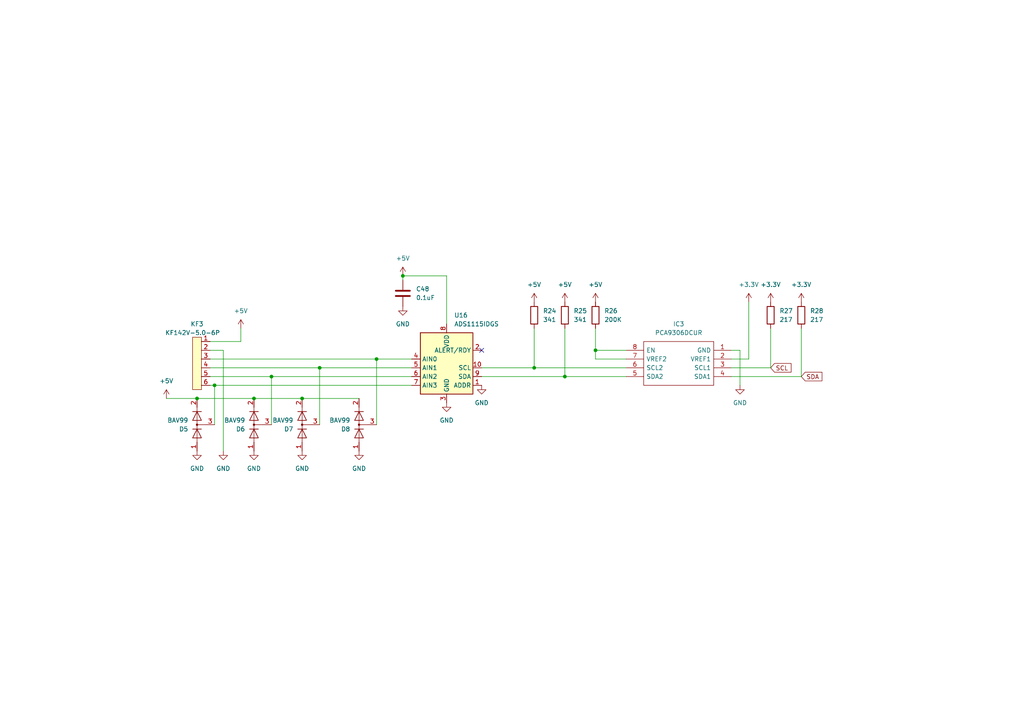
<source format=kicad_sch>
(kicad_sch (version 20230121) (generator eeschema)
  (paper "A4")
  (title_block (title "Analog") (date "2023-11-26"))
  (lib_symbols
    (symbol "Analog_ADC:ADS1115IDGS"
      (property "Reference" "U" (at 2.54 13.97 0))
      (property "Value" "ADS1115IDGS" (at 7.62 11.43 0))
      (symbol "ADS1115IDGS_0_1"
        (rectangle (start -7.62 10.16) (end 7.62 -7.62) (stroke (width 0.254)) (fill (type background)))
      )
      (symbol "ADS1115IDGS_1_1"
        (pin input line (at 10.16 -5.08 180) (length 2.54) (name "ADDR") (number "1"))
        (pin input line (at 10.16 0 180) (length 2.54) (name "SCL") (number "10"))
        (pin output line (at 10.16 5.08 180) (length 2.54) (name "ALERT/RDY") (number "2"))
        (pin power_in line (at 0 -10.16 90) (length 2.54) (name "GND") (number "3"))
        (pin input line (at -10.16 2.54 0) (length 2.54) (name "AIN0") (number "4"))
        (pin input line (at -10.16 0 0) (length 2.54) (name "AIN1") (number "5"))
        (pin input line (at -10.16 -2.54 0) (length 2.54) (name "AIN2") (number "6"))
        (pin input line (at -10.16 -5.08 0) (length 2.54) (name "AIN3") (number "7"))
        (pin power_in line (at 0 12.7 270) (length 2.54) (name "VDD") (number "8"))
        (pin bidirectional line (at 10.16 -2.54 180) (length 2.54) (name "SDA") (number "9"))
      )
    )
    (symbol "Device:C" (pin_numbers hide) (pin_names (offset 0.254))
      (property "Reference" "C" (at 0.635 2.54 0))
      (property "Value" "C" (at 0.635 -2.54 0))
      (symbol "C_0_1"
        (polyline (pts (xy -2.032 -0.762) (xy 2.032 -0.762)) (stroke (width 0.508)))
        (polyline (pts (xy -2.032 0.762) (xy 2.032 0.762)) (stroke (width 0.508)))
      )
      (symbol "C_1_1"
        (pin passive line (at 0 3.81 270) (length 2.794) (name "~") (number "1"))
        (pin passive line (at 0 -3.81 90) (length 2.794) (name "~") (number "2"))
      )
    )
    (symbol "Device:R" (pin_numbers hide) (pin_names (offset 0))
      (property "Reference" "R" (at 2.032 0 90))
      (property "Value" "R" (at 0 0 90))
      (symbol "R_0_1"
        (rectangle (start -1.016 -2.54) (end 1.016 2.54) (stroke (width 0.254)))
      )
      (symbol "R_1_1"
        (pin passive line (at 0 3.81 270) (length 1.27) (name "~") (number "1"))
        (pin passive line (at 0 -3.81 90) (length 1.27) (name "~") (number "2"))
      )
    )
    (symbol "Diode:BAV99" (pin_names hide)
      (property "Reference" "D" (at 0 5.08 0))
      (property "Value" "BAV99" (at 0 2.54 0))
      (symbol "BAV99_0_1"
        (polyline (pts (xy -5.08 0) (xy 5.08 0)))
      )
      (symbol "BAV99_1_1"
        (polyline (pts (xy 0 0) (xy 0 -2.54)))
        (polyline (pts (xy -1.27 -1.27) (xy -1.27 1.27) (xy -1.27 1.27)) (stroke (width 0.2032)))
        (polyline (pts (xy 3.81 1.27) (xy 3.81 -1.27) (xy 3.81 -1.27)) (stroke (width 0.2032)))
        (polyline (pts (xy -3.81 1.27) (xy -1.27 0) (xy -3.81 -1.27) (xy -3.81 1.27) (xy -3.81 1.27) (xy -3.81 1.27)) (stroke (width 0.2032)))
        (polyline (pts (xy 1.27 1.27) (xy 3.81 0) (xy 1.27 -1.27) (xy 1.27 1.27) (xy 1.27 1.27) (xy 1.27 1.27)) (stroke (width 0.2032)))
        (circle (center 0 0) (radius 0.254) (fill (type outline)))
        (pin passive line (at -7.62 0 0) (length 2.54) (name "K") (number "1"))
        (pin passive line (at 7.62 0 180) (length 2.54) (name "A") (number "2"))
        (pin passive line (at 0 -5.08 90) (length 2.54) (name "K") (number "3"))
      )
    )
    (symbol "MyLib:KF142V-5.0-6P" (pin_names (offset 1.016))
      (property "Reference" "KF" (at 8.89 -5.08 0))
      (property "Value" "KF142V-5.0-6P" (at 8.89 -7.62 0))
      (symbol "KF142V-5.0-6P_0_1"
        (rectangle (start 1.27 0) (end 16.51 -2.54) (fill (type background)))
      )
      (symbol "KF142V-5.0-6P_1_1"
        (pin passive line (at 15.24 2.54 270) (length 2.54) (name "~") (number "1"))
        (pin passive line (at 12.7 2.54 270) (length 2.54) (name "~") (number "2"))
        (pin passive line (at 10.16 2.54 270) (length 2.54) (name "~") (number "3"))
        (pin passive line (at 7.62 2.54 270) (length 2.54) (name "~") (number "4"))
        (pin passive line (at 5.08 2.54 270) (length 2.54) (name "~") (number "5"))
        (pin passive line (at 2.54 2.54 270) (length 2.54) (name "~") (number "6"))
      )
    )
    (symbol "MyLib:PCA9306DCUR" (pin_names (offset 0.762))
      (property "Reference" "IC" (at 26.67 7.62 0))
      (property "Value" "PCA9306DCUR" (at 26.67 5.08 0))
      (symbol "PCA9306DCUR_0_0"
        (pin passive line (at 0 0 0) (length 5.08) (name "GND") (number "1"))
        (pin passive line (at 0 -2.54 0) (length 5.08) (name "VREF1") (number "2"))
        (pin passive line (at 0 -5.08 0) (length 5.08) (name "SCL1") (number "3"))
        (pin passive line (at 0 -7.62 0) (length 5.08) (name "SDA1") (number "4"))
        (pin passive line (at 30.48 -7.62 180) (length 5.08) (name "SDA2") (number "5"))
        (pin passive line (at 30.48 -5.08 180) (length 5.08) (name "SCL2") (number "6"))
        (pin passive line (at 30.48 -2.54 180) (length 5.08) (name "VREF2") (number "7"))
        (pin passive line (at 30.48 0 180) (length 5.08) (name "EN") (number "8"))
      )
      (symbol "PCA9306DCUR_0_1"
        (polyline (pts (xy 5.08 2.54) (xy 25.4 2.54) (xy 25.4 -10.16) (xy 5.08 -10.16) (xy 5.08 2.54)) (stroke (width 0.1524)))
      )
    )
    (symbol "power:+3.3V" (power) (pin_names (offset 0))
      (property "Value" "+3.3V" (at 0 3.556 0))
      (symbol "+3.3V_0_1"
        (polyline (pts (xy -0.762 1.27) (xy 0 2.54)))
        (polyline (pts (xy 0 0) (xy 0 2.54)))
        (polyline (pts (xy 0 2.54) (xy 0.762 1.27)))
      )
      (symbol "+3.3V_1_1"
        (pin power_in line (at 0 0 90) (length 0) hide (name "+3.3V") (number "1"))
      )
    )
    (symbol "power:+5V" (power) (pin_names (offset 0))
      (property "Value" "+5V" (at 0 3.556 0))
      (symbol "+5V_0_1"
        (polyline (pts (xy -0.762 1.27) (xy 0 2.54)))
        (polyline (pts (xy 0 0) (xy 0 2.54)))
        (polyline (pts (xy 0 2.54) (xy 0.762 1.27)))
      )
      (symbol "+5V_1_1"
        (pin power_in line (at 0 0 90) (length 0) hide (name "+5V") (number "1"))
      )
    )
    (symbol "power:GND" (power) (pin_names (offset 0))
      (property "Value" "GND" (at 0 -3.81 0))
      (symbol "GND_0_1"
        (polyline (pts (xy 0 0) (xy 0 -1.27) (xy 1.27 -1.27) (xy 0 -2.54) (xy -1.27 -1.27) (xy 0 -1.27)))
      )
      (symbol "GND_1_1"
        (pin power_in line (at 0 0 270) (length 0) hide (name "GND") (number "1"))
      )
    )
  )
  (junction (at 62.23 111.76))
  (junction (at 109.22 104.14))
  (junction (at 154.94 106.68))
  (junction (at 92.71 106.68))
  (junction (at 78.74 109.22))
  (junction (at 57.15 115.57))
  (junction (at 172.72 101.6))
  (junction (at 163.83 109.22))
  (junction (at 116.84 80.01))
  (junction (at 87.63 115.57))
  (junction (at 73.66 115.57))
  (no_connect (at 139.7 101.6))
  (wire (pts (xy 60.96 106.68) (xy 92.71 106.68)))
  (wire (pts (xy 217.17 104.14) (xy 217.17 87.63)))
  (wire (pts (xy 212.09 106.68) (xy 223.52 106.68)))
  (wire (pts (xy 214.63 101.6) (xy 214.63 111.76)))
  (wire (pts (xy 212.09 104.14) (xy 217.17 104.14)))
  (wire (pts (xy 48.26 115.57) (xy 57.15 115.57)))
  (wire (pts (xy 172.72 101.6) (xy 181.61 101.6)))
  (wire (pts (xy 64.77 101.6) (xy 64.77 130.81)))
  (wire (pts (xy 116.84 80.01) (xy 116.84 81.28)))
  (wire (pts (xy 181.61 104.14) (xy 172.72 104.14)))
  (wire (pts (xy 92.71 106.68) (xy 119.38 106.68)))
  (wire (pts (xy 129.54 80.01) (xy 116.84 80.01)))
  (wire (pts (xy 62.23 111.76) (xy 119.38 111.76)))
  (wire (pts (xy 139.7 109.22) (xy 163.83 109.22)))
  (wire (pts (xy 212.09 101.6) (xy 214.63 101.6)))
  (wire (pts (xy 172.72 101.6) (xy 172.72 95.25)))
  (wire (pts (xy 62.23 111.76) (xy 62.23 123.19)))
  (wire (pts (xy 163.83 109.22) (xy 181.61 109.22)))
  (wire (pts (xy 172.72 104.14) (xy 172.72 101.6)))
  (wire (pts (xy 78.74 109.22) (xy 119.38 109.22)))
  (wire (pts (xy 60.96 111.76) (xy 62.23 111.76)))
  (wire (pts (xy 129.54 80.01) (xy 129.54 93.98)))
  (wire (pts (xy 60.96 109.22) (xy 78.74 109.22)))
  (wire (pts (xy 69.85 99.06) (xy 69.85 95.25)))
  (wire (pts (xy 139.7 106.68) (xy 154.94 106.68)))
  (wire (pts (xy 60.96 104.14) (xy 109.22 104.14)))
  (wire (pts (xy 92.71 106.68) (xy 92.71 123.19)))
  (wire (pts (xy 73.66 115.57) (xy 87.63 115.57)))
  (wire (pts (xy 154.94 95.25) (xy 154.94 106.68)))
  (wire (pts (xy 60.96 99.06) (xy 69.85 99.06)))
  (wire (pts (xy 163.83 95.25) (xy 163.83 109.22)))
  (wire (pts (xy 57.15 115.57) (xy 73.66 115.57)))
  (wire (pts (xy 223.52 106.68) (xy 223.52 95.25)))
  (wire (pts (xy 109.22 123.19) (xy 109.22 104.14)))
  (wire (pts (xy 60.96 101.6) (xy 64.77 101.6)))
  (wire (pts (xy 78.74 109.22) (xy 78.74 123.19)))
  (wire (pts (xy 212.09 109.22) (xy 232.41 109.22)))
  (wire (pts (xy 232.41 109.22) (xy 232.41 95.25)))
  (wire (pts (xy 109.22 104.14) (xy 119.38 104.14)))
  (wire (pts (xy 87.63 115.57) (xy 104.14 115.57)))
  (wire (pts (xy 154.94 106.68) (xy 181.61 106.68)))
  (global_label "SCL" (shape input) (at 223.52 106.68 0) (property "Intersheetrefs" "${INTERSHEET_REFS}" (effects hide)))
  (global_label "SDA" (shape input) (at 232.41 109.22 0) (property "Intersheetrefs" "${INTERSHEET_REFS}" (effects hide)))
  (symbol (lib_id "Device:R") (at 163.83 91.44 0) (unit 1)
    (property "Reference" "R25" (at 166.37 90.17 0) (effects (justify left)))
    (property "Value" "341" (at 166.37 92.71 0) (effects (justify left)))
    (property "Footprint" "Resistor_SMD:R_0603_1608Metric" (effects hide))
  )
  (symbol (lib_id "power:+5V") (at 172.72 87.63 0) (unit 1)
    (property "Reference" "#PWR0120" (effects hide))
    (property "Value" "+5V" (at 172.72 82.55 0))
  )
  (symbol (lib_id "Diode:BAV99") (at 104.14 123.19 90) (unit 1)
    (property "Reference" "D8" (at 101.6 124.46 90) (effects (justify left)))
    (property "Value" "BAV99" (at 101.6 121.92 90) (effects (justify left)))
    (property "Footprint" "Package_TO_SOT_SMD:SOT-23" (effects hide))
    (property "Datasheet" "https://assets.nexperia.com/documents/data-sheet/BAV99_SER.pdf" (effects hide))
  )
  (symbol (lib_id "MyLib:KF142V-5.0-6P") (at 58.42 114.3 270) (mirror x) (unit 1)
    (property "Reference" "KF3" (at 57.15 93.98 90))
    (property "Value" "KF142V-5.0-6P" (at 55.88 96.52 90))
    (property "Footprint" "MyFootprints:KF142V-5.08-6P" (effects hide))
  )
  (symbol (lib_id "Device:C") (at 116.84 85.09 0) (unit 1)
    (property "Reference" "C48" (at 120.65 83.82 0) (effects (justify left)))
    (property "Value" "0.1uF" (at 120.65 86.36 0) (effects (justify left)))
    (property "Footprint" "Capacitor_SMD:C_0603_1608Metric" (effects hide))
  )
  (symbol (lib_id "power:+5V") (at 154.94 87.63 0) (unit 1)
    (property "Reference" "#PWR0118" (effects hide))
    (property "Value" "+5V" (at 154.94 82.55 0))
  )
  (symbol (lib_id "MyLib:PCA9306DCUR") (at 212.09 101.6 0) (mirror y) (unit 1)
    (property "Reference" "IC3" (at 196.85 93.98 0))
    (property "Value" "PCA9306DCUR" (at 196.85 96.52 0))
    (property "Footprint" "MyFootprints:PCA9306DCUR" (effects hide))
    (property "Datasheet" "http://www.ti.com/lit/gpn/pca9306" (effects hide))
    (property "Description" "2-Bit Bidirectional I2C Bus and SMBus Voltage-Level Shifter" (effects hide))
    (property "Height" "0.9" (effects hide))
    (property "Mouser Part Number" "595-PCA9306DCUR" (effects hide))
    (property "Mouser Price/Stock" "https://www.mouser.co.uk/ProductDetail/Texas-Instruments/PCA9306DCUR?qs=wgAEGBTxy7nQr5PRxNBUNA%3D%3D" (effects hide))
    (property "Manufacturer_Name" "Texas Instruments" (effects hide))
    (property "Manufacturer_Part_Number" "PCA9306DCUR" (effects hide))
  )
  (symbol (lib_id "power:+3.3V") (at 217.17 87.63 0) (unit 1)
    (property "Reference" "#PWR0123" (effects hide))
    (property "Value" "+3.3V" (at 217.17 82.55 0))
  )
  (symbol (lib_id "power:GND") (at 129.54 116.84 0) (unit 1)
    (property "Reference" "#PWR0112" (effects hide))
    (property "Value" "GND" (at 129.54 121.92 0))
  )
  (symbol (lib_id "power:GND") (at 87.63 130.81 0) (unit 1)
    (property "Reference" "#PWR0116" (effects hide))
    (property "Value" "GND" (at 87.63 135.89 0))
  )
  (symbol (lib_id "power:GND") (at 214.63 111.76 0) (unit 1)
    (property "Reference" "#PWR0124" (effects hide))
    (property "Value" "GND" (at 214.63 116.84 0))
  )
  (symbol (lib_id "power:+3.3V") (at 223.52 87.63 0) (unit 1)
    (property "Reference" "#PWR0121" (effects hide))
    (property "Value" "+3.3V" (at 223.52 82.55 0))
  )
  (symbol (lib_id "power:+5V") (at 163.83 87.63 0) (unit 1)
    (property "Reference" "#PWR0119" (effects hide))
    (property "Value" "+5V" (at 163.83 82.55 0))
  )
  (symbol (lib_id "Diode:BAV99") (at 57.15 123.19 90) (unit 1)
    (property "Reference" "D5" (at 54.61 124.46 90) (effects (justify left)))
    (property "Value" "BAV99" (at 54.61 121.92 90) (effects (justify left)))
    (property "Footprint" "Package_TO_SOT_SMD:SOT-23" (effects hide))
    (property "Datasheet" "https://assets.nexperia.com/documents/data-sheet/BAV99_SER.pdf" (effects hide))
  )
  (symbol (lib_id "power:GND") (at 73.66 130.81 0) (unit 1)
    (property "Reference" "#PWR0115" (effects hide))
    (property "Value" "GND" (at 73.66 135.89 0))
  )
  (symbol (lib_id "power:GND") (at 64.77 130.81 0) (unit 1)
    (property "Reference" "#PWR0126" (effects hide))
    (property "Value" "GND" (at 64.77 135.89 0))
  )
  (symbol (lib_id "Device:R") (at 154.94 91.44 0) (unit 1)
    (property "Reference" "R24" (at 157.48 90.17 0) (effects (justify left)))
    (property "Value" "341" (at 157.48 92.71 0) (effects (justify left)))
    (property "Footprint" "Resistor_SMD:R_0603_1608Metric" (effects hide))
  )
  (symbol (lib_id "power:GND") (at 104.14 130.81 0) (unit 1)
    (property "Reference" "#PWR0117" (effects hide))
    (property "Value" "GND" (at 104.14 135.89 0))
  )
  (symbol (lib_id "power:+5V") (at 116.84 80.01 0) (unit 1)
    (property "Reference" "#PWR0110" (effects hide))
    (property "Value" "+5V" (at 116.84 74.93 0))
  )
  (symbol (lib_id "power:+5V") (at 48.26 115.57 0) (unit 1)
    (property "Reference" "#PWR0113" (effects hide))
    (property "Value" "+5V" (at 48.26 110.49 0))
  )
  (symbol (lib_id "power:GND") (at 116.84 88.9 0) (unit 1)
    (property "Reference" "#PWR0109" (effects hide))
    (property "Value" "GND" (at 116.84 93.98 0))
  )
  (symbol (lib_id "Device:R") (at 223.52 91.44 0) (unit 1)
    (property "Reference" "R27" (at 226.06 90.17 0) (effects (justify left)))
    (property "Value" "217" (at 226.06 92.71 0) (effects (justify left)))
    (property "Footprint" "Resistor_SMD:R_0603_1608Metric" (effects hide))
  )
  (symbol (lib_id "Analog_ADC:ADS1115IDGS") (at 129.54 106.68 0) (unit 1)
    (property "Reference" "U16" (at 131.7341 91.44 0) (effects (justify left)))
    (property "Value" "ADS1115IDGS" (at 131.7341 93.98 0) (effects (justify left)))
    (property "Footprint" "Package_SO:TSSOP-10_3x3mm_P0.5mm" (effects hide))
    (property "Datasheet" "http://www.ti.com/lit/ds/symlink/ads1113.pdf" (effects hide))
  )
  (symbol (lib_id "power:GND") (at 139.7 111.76 0) (unit 1)
    (property "Reference" "#PWR0111" (effects hide))
    (property "Value" "GND" (at 139.7 116.84 0))
  )
  (symbol (lib_id "power:+5V") (at 69.85 95.25 0) (unit 1)
    (property "Reference" "#PWR0125" (effects hide))
    (property "Value" "+5V" (at 69.85 90.17 0))
  )
  (symbol (lib_id "Diode:BAV99") (at 73.66 123.19 90) (unit 1)
    (property "Reference" "D6" (at 71.12 124.46 90) (effects (justify left)))
    (property "Value" "BAV99" (at 71.12 121.92 90) (effects (justify left)))
    (property "Footprint" "Package_TO_SOT_SMD:SOT-23" (effects hide))
    (property "Datasheet" "https://assets.nexperia.com/documents/data-sheet/BAV99_SER.pdf" (effects hide))
  )
  (symbol (lib_id "Diode:BAV99") (at 87.63 123.19 90) (unit 1)
    (property "Reference" "D7" (at 85.09 124.46 90) (effects (justify left)))
    (property "Value" "BAV99" (at 85.09 121.92 90) (effects (justify left)))
    (property "Footprint" "Package_TO_SOT_SMD:SOT-23" (effects hide))
    (property "Datasheet" "https://assets.nexperia.com/documents/data-sheet/BAV99_SER.pdf" (effects hide))
  )
  (symbol (lib_id "Device:R") (at 232.41 91.44 0) (unit 1)
    (property "Reference" "R28" (at 234.95 90.17 0) (effects (justify left)))
    (property "Value" "217" (at 234.95 92.71 0) (effects (justify left)))
    (property "Footprint" "Resistor_SMD:R_0603_1608Metric" (effects hide))
  )
  (symbol (lib_id "power:GND") (at 57.15 130.81 0) (unit 1)
    (property "Reference" "#PWR0114" (effects hide))
    (property "Value" "GND" (at 57.15 135.89 0))
  )
  (symbol (lib_id "Device:R") (at 172.72 91.44 0) (unit 1)
    (property "Reference" "R26" (at 175.26 90.17 0) (effects (justify left)))
    (property "Value" "200K" (at 175.26 92.71 0) (effects (justify left)))
    (property "Footprint" "Resistor_SMD:R_0603_1608Metric" (effects hide))
  )
  (symbol (lib_id "power:+3.3V") (at 232.41 87.63 0) (unit 1)
    (property "Reference" "#PWR0122" (effects hide))
    (property "Value" "+3.3V" (at 232.41 82.55 0))
  )
)
</source>
